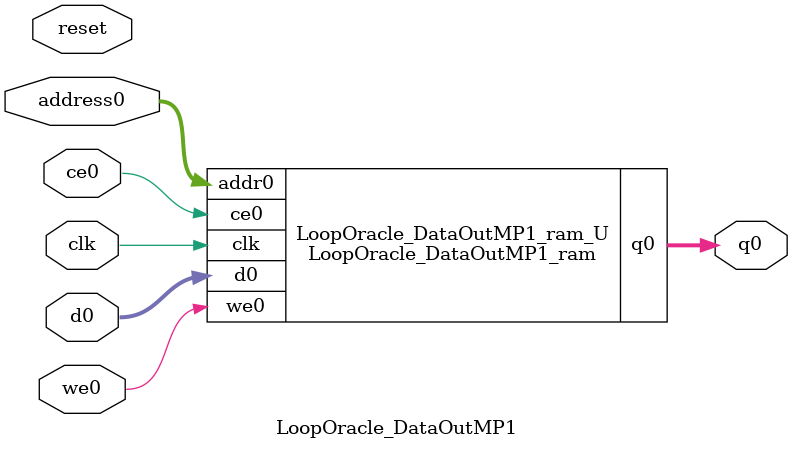
<source format=v>
`timescale 1 ns / 1 ps
module LoopOracle_DataOutMP1_ram (addr0, ce0, d0, we0, q0,  clk);

parameter DWIDTH = 32;
parameter AWIDTH = 13;
parameter MEM_SIZE = 4662;

input[AWIDTH-1:0] addr0;
input ce0;
input[DWIDTH-1:0] d0;
input we0;
output reg[DWIDTH-1:0] q0;
input clk;

(* ram_style = "block" *)reg [DWIDTH-1:0] ram[0:MEM_SIZE-1];




always @(posedge clk)  
begin 
    if (ce0) 
    begin
        if (we0) 
        begin 
            ram[addr0] <= d0; 
        end 
        q0 <= ram[addr0];
    end
end


endmodule

`timescale 1 ns / 1 ps
module LoopOracle_DataOutMP1(
    reset,
    clk,
    address0,
    ce0,
    we0,
    d0,
    q0);

parameter DataWidth = 32'd32;
parameter AddressRange = 32'd4662;
parameter AddressWidth = 32'd13;
input reset;
input clk;
input[AddressWidth - 1:0] address0;
input ce0;
input we0;
input[DataWidth - 1:0] d0;
output[DataWidth - 1:0] q0;



LoopOracle_DataOutMP1_ram LoopOracle_DataOutMP1_ram_U(
    .clk( clk ),
    .addr0( address0 ),
    .ce0( ce0 ),
    .we0( we0 ),
    .d0( d0 ),
    .q0( q0 ));

endmodule


</source>
